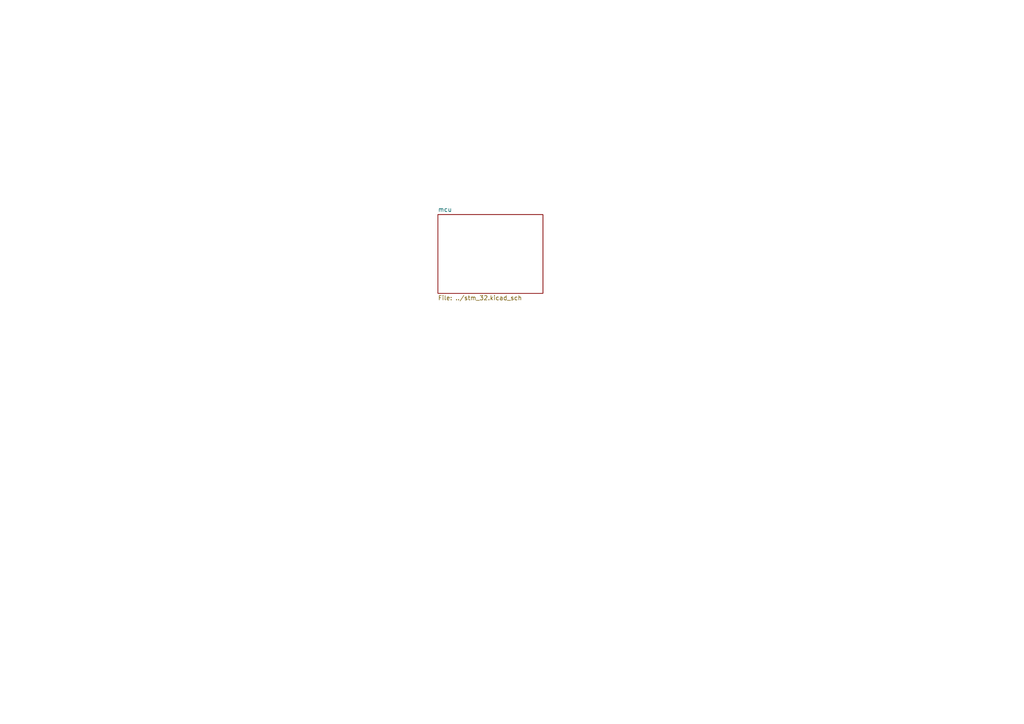
<source format=kicad_sch>
(kicad_sch (version 20230121) (generator eeschema)
  (paper "A4")
  (lib_symbols)
  (sheet (at 127 62.23) (size 30.48 22.86) (stroke (width 0.1524))
    (property "Sheetname" "mcu" (at 127 61.5184 0) (effects (justify left bottom)))
    (property "Sheetfile" "../stm_32.kicad_sch" (at 127 85.6746 0) (effects (justify left top)))
  )
)
</source>
